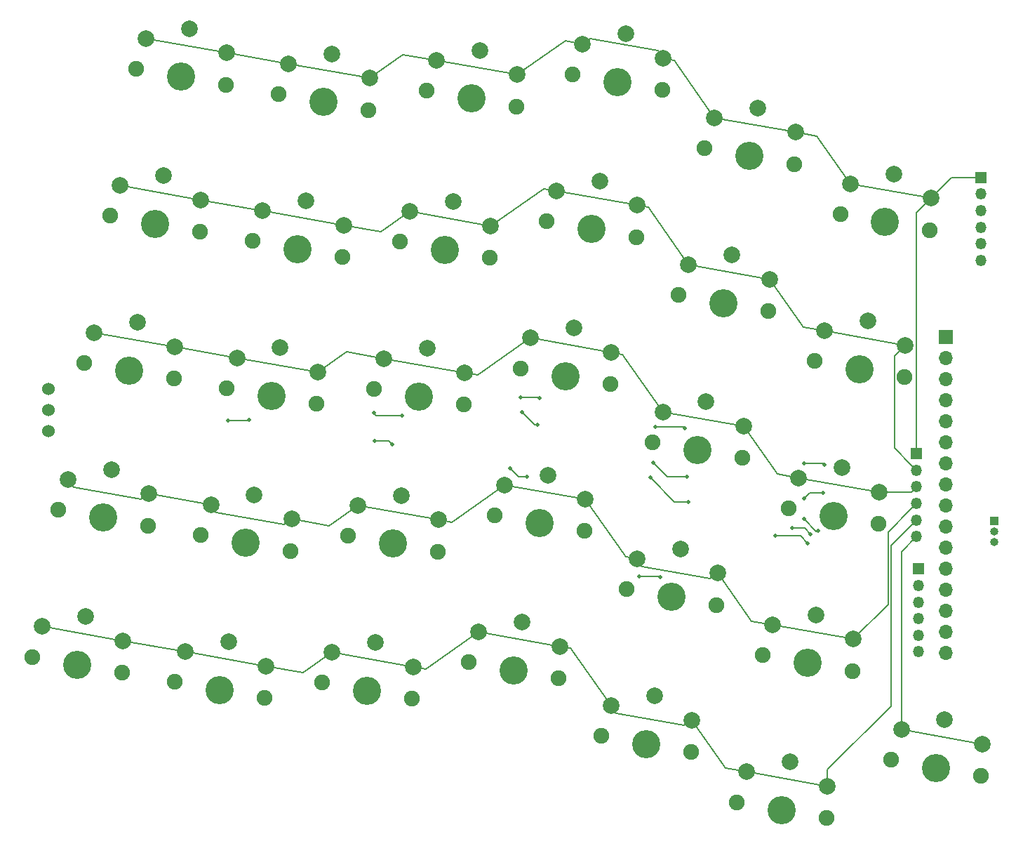
<source format=gbr>
G04 #@! TF.GenerationSoftware,KiCad,Pcbnew,(5.0.1-3-g963ef8bb5)*
G04 #@! TF.CreationDate,2019-09-06T12:34:14-07:00*
G04 #@! TF.ProjectId,atreus-ipad-11,6174726575732D697061642D31312E6B,rev?*
G04 #@! TF.SameCoordinates,Original*
G04 #@! TF.FileFunction,Copper,L2,Bot,Signal*
G04 #@! TF.FilePolarity,Positive*
%FSLAX46Y46*%
G04 Gerber Fmt 4.6, Leading zero omitted, Abs format (unit mm)*
G04 Created by KiCad (PCBNEW (5.0.1-3-g963ef8bb5)) date Friday, September 06, 2019 at 12:34:14 PM*
%MOMM*%
%LPD*%
G01*
G04 APERTURE LIST*
G04 #@! TA.AperFunction,ComponentPad*
%ADD10C,2.000000*%
G04 #@! TD*
G04 #@! TA.AperFunction,ComponentPad*
%ADD11C,1.900000*%
G04 #@! TD*
G04 #@! TA.AperFunction,ComponentPad*
%ADD12C,3.400000*%
G04 #@! TD*
G04 #@! TA.AperFunction,ComponentPad*
%ADD13R,1.350000X1.350000*%
G04 #@! TD*
G04 #@! TA.AperFunction,ComponentPad*
%ADD14O,1.350000X1.350000*%
G04 #@! TD*
G04 #@! TA.AperFunction,ComponentPad*
%ADD15R,1.700000X1.700000*%
G04 #@! TD*
G04 #@! TA.AperFunction,ComponentPad*
%ADD16O,1.700000X1.700000*%
G04 #@! TD*
G04 #@! TA.AperFunction,ComponentPad*
%ADD17R,1.000000X1.000000*%
G04 #@! TD*
G04 #@! TA.AperFunction,ComponentPad*
%ADD18O,1.000000X1.000000*%
G04 #@! TD*
G04 #@! TA.AperFunction,ComponentPad*
%ADD19C,1.524000*%
G04 #@! TD*
G04 #@! TA.AperFunction,ViaPad*
%ADD20C,0.508000*%
G04 #@! TD*
G04 #@! TA.AperFunction,Conductor*
%ADD21C,0.152400*%
G04 #@! TD*
G04 APERTURE END LIST*
D10*
G04 #@! TO.P,SW26,1*
G04 #@! TO.N,/Row_6*
X122665258Y-119892067D03*
X132414854Y-121611184D03*
G04 #@! TO.P,SW26,2*
G04 #@! TO.N,Net-(D26-Pad2)*
X127904717Y-118683529D03*
D11*
G04 #@! TO.P,SW26,*
G04 #@! TO.N,*
X121463750Y-123538830D03*
X132296636Y-125448960D03*
D12*
X126880193Y-124493895D03*
G04 #@! TD*
D10*
G04 #@! TO.P,SW6,1*
G04 #@! TO.N,/Row_1*
X48737376Y-39584575D03*
X58486972Y-41303692D03*
G04 #@! TO.P,SW6,2*
G04 #@! TO.N,Net-(D6-Pad2)*
X53976835Y-38376037D03*
D11*
G04 #@! TO.P,SW6,*
G04 #@! TO.N,*
X47535868Y-43231338D03*
X58368754Y-45141468D03*
D12*
X52952311Y-44186403D03*
G04 #@! TD*
D10*
G04 #@! TO.P,SW1,1*
G04 #@! TO.N,/Row_1*
X31503242Y-36545732D03*
X41252838Y-38264849D03*
G04 #@! TO.P,SW1,2*
G04 #@! TO.N,Net-(D1-Pad2)*
X36742701Y-35337194D03*
D11*
G04 #@! TO.P,SW1,*
G04 #@! TO.N,*
X30301734Y-40192495D03*
X41134620Y-42102625D03*
D12*
X35718177Y-41147560D03*
G04 #@! TD*
D10*
G04 #@! TO.P,SW2,1*
G04 #@! TO.N,/Row_2*
X28377574Y-54272270D03*
X38127170Y-55991387D03*
G04 #@! TO.P,SW2,2*
G04 #@! TO.N,Net-(D2-Pad2)*
X33617033Y-53063732D03*
D11*
G04 #@! TO.P,SW2,*
G04 #@! TO.N,*
X27176066Y-57919033D03*
X38008952Y-59829163D03*
D12*
X32592509Y-58874098D03*
G04 #@! TD*
D10*
G04 #@! TO.P,SW3,1*
G04 #@! TO.N,/Row_3*
X25251906Y-71998811D03*
X35001502Y-73717928D03*
G04 #@! TO.P,SW3,2*
G04 #@! TO.N,Net-(D3-Pad2)*
X30491365Y-70790273D03*
D11*
G04 #@! TO.P,SW3,*
G04 #@! TO.N,*
X24050398Y-75645574D03*
X34883284Y-77555704D03*
D12*
X29466841Y-76600639D03*
G04 #@! TD*
D10*
G04 #@! TO.P,SW4,1*
G04 #@! TO.N,/Row_4*
X22126240Y-89725350D03*
X31875836Y-91444467D03*
G04 #@! TO.P,SW4,2*
G04 #@! TO.N,Net-(D4-Pad2)*
X27365699Y-88516812D03*
D11*
G04 #@! TO.P,SW4,*
G04 #@! TO.N,*
X20924732Y-93372113D03*
X31757618Y-95282243D03*
D12*
X26341175Y-94327178D03*
G04 #@! TD*
D10*
G04 #@! TO.P,SW5,1*
G04 #@! TO.N,/Row_5*
X19000573Y-107451889D03*
X28750169Y-109171006D03*
G04 #@! TO.P,SW5,2*
G04 #@! TO.N,Net-(D5-Pad2)*
X24240032Y-106243351D03*
D11*
G04 #@! TO.P,SW5,*
G04 #@! TO.N,*
X17799065Y-111098652D03*
X28631951Y-113008782D03*
D12*
X23215508Y-112053717D03*
G04 #@! TD*
D10*
G04 #@! TO.P,SW7,1*
G04 #@! TO.N,/Row_2*
X45611710Y-57311114D03*
X55361306Y-59030231D03*
G04 #@! TO.P,SW7,2*
G04 #@! TO.N,Net-(D7-Pad2)*
X50851169Y-56102576D03*
D11*
G04 #@! TO.P,SW7,*
G04 #@! TO.N,*
X44410202Y-60957877D03*
X55243088Y-62868007D03*
D12*
X49826645Y-61912942D03*
G04 #@! TD*
D10*
G04 #@! TO.P,SW8,1*
G04 #@! TO.N,/Row_3*
X42486043Y-75037653D03*
X52235639Y-76756770D03*
G04 #@! TO.P,SW8,2*
G04 #@! TO.N,Net-(D8-Pad2)*
X47725502Y-73829115D03*
D11*
G04 #@! TO.P,SW8,*
G04 #@! TO.N,*
X41284535Y-78684416D03*
X52117421Y-80594546D03*
D12*
X46700978Y-79639481D03*
G04 #@! TD*
D10*
G04 #@! TO.P,SW9,1*
G04 #@! TO.N,/Row_4*
X39360376Y-92764193D03*
X49109972Y-94483310D03*
G04 #@! TO.P,SW9,2*
G04 #@! TO.N,Net-(D9-Pad2)*
X44599835Y-91555655D03*
D11*
G04 #@! TO.P,SW9,*
G04 #@! TO.N,*
X38158868Y-96410956D03*
X48991754Y-98321086D03*
D12*
X43575311Y-97366021D03*
G04 #@! TD*
D10*
G04 #@! TO.P,SW10,1*
G04 #@! TO.N,/Row_5*
X36234709Y-110490732D03*
X45984305Y-112209849D03*
G04 #@! TO.P,SW10,2*
G04 #@! TO.N,Net-(D10-Pad2)*
X41474168Y-109282194D03*
D11*
G04 #@! TO.P,SW10,*
G04 #@! TO.N,*
X35033201Y-114137495D03*
X45866087Y-116047625D03*
D12*
X40449644Y-115092560D03*
G04 #@! TD*
D10*
G04 #@! TO.P,SW11,1*
G04 #@! TO.N,/Row_1*
X66579282Y-39176590D03*
X76328878Y-40895707D03*
G04 #@! TO.P,SW11,2*
G04 #@! TO.N,Net-(D11-Pad2)*
X71818741Y-37968052D03*
D11*
G04 #@! TO.P,SW11,*
G04 #@! TO.N,*
X65377774Y-42823353D03*
X76210660Y-44733483D03*
D12*
X70794217Y-43778418D03*
G04 #@! TD*
D10*
G04 #@! TO.P,SW12,1*
G04 #@! TO.N,/Row_2*
X63366789Y-57395533D03*
X73116385Y-59114650D03*
G04 #@! TO.P,SW12,2*
G04 #@! TO.N,Net-(D12-Pad2)*
X68606248Y-56186995D03*
D11*
G04 #@! TO.P,SW12,*
G04 #@! TO.N,*
X62165281Y-61042296D03*
X72998167Y-62952426D03*
D12*
X67581724Y-61997361D03*
G04 #@! TD*
D10*
G04 #@! TO.P,SW13,1*
G04 #@! TO.N,/Row_3*
X60241123Y-75122074D03*
X69990719Y-76841191D03*
G04 #@! TO.P,SW13,2*
G04 #@! TO.N,Net-(D13-Pad2)*
X65480582Y-73913536D03*
D11*
G04 #@! TO.P,SW13,*
G04 #@! TO.N,*
X59039615Y-78768837D03*
X69872501Y-80678967D03*
D12*
X64456058Y-79723902D03*
G04 #@! TD*
D10*
G04 #@! TO.P,SW14,1*
G04 #@! TO.N,/Row_4*
X57115456Y-92848613D03*
X66865052Y-94567730D03*
G04 #@! TO.P,SW14,2*
G04 #@! TO.N,Net-(D14-Pad2)*
X62354915Y-91640075D03*
D11*
G04 #@! TO.P,SW14,*
G04 #@! TO.N,*
X55913948Y-96495376D03*
X66746834Y-98405506D03*
D12*
X61330391Y-97450441D03*
G04 #@! TD*
D10*
G04 #@! TO.P,SW15,1*
G04 #@! TO.N,/Row_5*
X53989789Y-110575152D03*
X63739385Y-112294269D03*
G04 #@! TO.P,SW15,2*
G04 #@! TO.N,Net-(D15-Pad2)*
X59229248Y-109366614D03*
D11*
G04 #@! TO.P,SW15,*
G04 #@! TO.N,*
X52788281Y-114221915D03*
X63621167Y-116132045D03*
D12*
X58204724Y-115176980D03*
G04 #@! TD*
D10*
G04 #@! TO.P,SW16,1*
G04 #@! TO.N,/Row_1*
X84189253Y-37204570D03*
X93938849Y-38923687D03*
G04 #@! TO.P,SW16,2*
G04 #@! TO.N,Net-(D16-Pad2)*
X89428712Y-35996032D03*
D11*
G04 #@! TO.P,SW16,*
G04 #@! TO.N,*
X82987745Y-40851333D03*
X93820631Y-42761463D03*
D12*
X88404188Y-41806398D03*
G04 #@! TD*
D10*
G04 #@! TO.P,SW17,1*
G04 #@! TO.N,/Row_2*
X81063587Y-54931110D03*
X90813183Y-56650227D03*
G04 #@! TO.P,SW17,2*
G04 #@! TO.N,Net-(D17-Pad2)*
X86303046Y-53722572D03*
D11*
G04 #@! TO.P,SW17,*
G04 #@! TO.N,*
X79862079Y-58577873D03*
X90694965Y-60488003D03*
D12*
X85278522Y-59532938D03*
G04 #@! TD*
D10*
G04 #@! TO.P,SW18,1*
G04 #@! TO.N,/Row_3*
X77937920Y-72657649D03*
X87687516Y-74376766D03*
G04 #@! TO.P,SW18,2*
G04 #@! TO.N,Net-(D18-Pad2)*
X83177379Y-71449111D03*
D11*
G04 #@! TO.P,SW18,*
G04 #@! TO.N,*
X76736412Y-76304412D03*
X87569298Y-78214542D03*
D12*
X82152855Y-77259477D03*
G04 #@! TD*
D10*
G04 #@! TO.P,SW19,1*
G04 #@! TO.N,/Row_4*
X74812253Y-90384190D03*
X84561849Y-92103307D03*
G04 #@! TO.P,SW19,2*
G04 #@! TO.N,Net-(D19-Pad2)*
X80051712Y-89175652D03*
D11*
G04 #@! TO.P,SW19,*
G04 #@! TO.N,*
X73610745Y-94030953D03*
X84443631Y-95941083D03*
D12*
X79027188Y-94986018D03*
G04 #@! TD*
D10*
G04 #@! TO.P,SW20,1*
G04 #@! TO.N,/Row_5*
X71686586Y-108110728D03*
X81436182Y-109829845D03*
G04 #@! TO.P,SW20,2*
G04 #@! TO.N,Net-(D20-Pad2)*
X76926045Y-106902190D03*
D11*
G04 #@! TO.P,SW20,*
G04 #@! TO.N,*
X70485078Y-111757491D03*
X81317964Y-113667621D03*
D12*
X75901521Y-112712556D03*
G04 #@! TD*
D10*
G04 #@! TO.P,SW21,1*
G04 #@! TO.N,/Row_1*
X100135299Y-46108848D03*
X109884895Y-47827965D03*
G04 #@! TO.P,SW21,2*
G04 #@! TO.N,Net-(D21-Pad2)*
X105374758Y-44900310D03*
D11*
G04 #@! TO.P,SW21,*
G04 #@! TO.N,*
X98933791Y-49755611D03*
X109766677Y-51665741D03*
D12*
X104350234Y-50710676D03*
G04 #@! TD*
D10*
G04 #@! TO.P,SW22,1*
G04 #@! TO.N,/Row_2*
X97009632Y-63835387D03*
X106759228Y-65554504D03*
G04 #@! TO.P,SW22,2*
G04 #@! TO.N,Net-(D22-Pad2)*
X102249091Y-62626849D03*
D11*
G04 #@! TO.P,SW22,*
G04 #@! TO.N,*
X95808124Y-67482150D03*
X106641010Y-69392280D03*
D12*
X101224567Y-68437215D03*
G04 #@! TD*
D10*
G04 #@! TO.P,SW23,1*
G04 #@! TO.N,/Row_3*
X93883965Y-81561927D03*
X103633561Y-83281044D03*
G04 #@! TO.P,SW23,2*
G04 #@! TO.N,Net-(D23-Pad2)*
X99123424Y-80353389D03*
D11*
G04 #@! TO.P,SW23,*
G04 #@! TO.N,*
X92682457Y-85208690D03*
X103515343Y-87118820D03*
D12*
X98098900Y-86163755D03*
G04 #@! TD*
D10*
G04 #@! TO.P,SW24,1*
G04 #@! TO.N,/Row_4*
X90758296Y-99288466D03*
X100507892Y-101007583D03*
G04 #@! TO.P,SW24,2*
G04 #@! TO.N,Net-(D24-Pad2)*
X95997755Y-98079928D03*
D11*
G04 #@! TO.P,SW24,*
G04 #@! TO.N,*
X89556788Y-102935229D03*
X100389674Y-104845359D03*
D12*
X94973231Y-103890294D03*
G04 #@! TD*
D10*
G04 #@! TO.P,SW25,1*
G04 #@! TO.N,/Row_5*
X87632629Y-117015006D03*
X97382225Y-118734123D03*
G04 #@! TO.P,SW25,2*
G04 #@! TO.N,Net-(D25-Pad2)*
X92872088Y-115806468D03*
D11*
G04 #@! TO.P,SW25,*
G04 #@! TO.N,*
X86431121Y-120661769D03*
X97264007Y-122571899D03*
D12*
X91847564Y-121616834D03*
G04 #@! TD*
D10*
G04 #@! TO.P,SW27,1*
G04 #@! TO.N,/Row_1*
X116501194Y-54071730D03*
X126250790Y-55790847D03*
G04 #@! TO.P,SW27,2*
G04 #@! TO.N,Net-(D27-Pad2)*
X121740653Y-52863192D03*
D11*
G04 #@! TO.P,SW27,*
G04 #@! TO.N,*
X115299686Y-57718493D03*
X126132572Y-59628623D03*
D12*
X120716129Y-58673558D03*
G04 #@! TD*
D10*
G04 #@! TO.P,SW28,1*
G04 #@! TO.N,/Row_2*
X113375527Y-71798269D03*
X123125123Y-73517386D03*
G04 #@! TO.P,SW28,2*
G04 #@! TO.N,Net-(D28-Pad2)*
X118614986Y-70589731D03*
D11*
G04 #@! TO.P,SW28,*
G04 #@! TO.N,*
X112174019Y-75445032D03*
X123006905Y-77355162D03*
D12*
X117590462Y-76400097D03*
G04 #@! TD*
D10*
G04 #@! TO.P,SW29,1*
G04 #@! TO.N,/Row_3*
X110249858Y-89524809D03*
X119999454Y-91243926D03*
G04 #@! TO.P,SW29,2*
G04 #@! TO.N,Net-(D29-Pad2)*
X115489317Y-88316271D03*
D11*
G04 #@! TO.P,SW29,*
G04 #@! TO.N,*
X109048350Y-93171572D03*
X119881236Y-95081702D03*
D12*
X114464793Y-94126637D03*
G04 #@! TD*
D10*
G04 #@! TO.P,SW30,1*
G04 #@! TO.N,/Row_4*
X107124191Y-107251348D03*
X116873787Y-108970465D03*
G04 #@! TO.P,SW30,2*
G04 #@! TO.N,Net-(D30-Pad2)*
X112363650Y-106042810D03*
D11*
G04 #@! TO.P,SW30,*
G04 #@! TO.N,*
X105922683Y-110898111D03*
X116755569Y-112808241D03*
D12*
X111339126Y-111853176D03*
G04 #@! TD*
D10*
G04 #@! TO.P,SW31,1*
G04 #@! TO.N,/Row_5*
X103998525Y-124977889D03*
X113748121Y-126697006D03*
G04 #@! TO.P,SW31,2*
G04 #@! TO.N,Net-(D31-Pad2)*
X109237984Y-123769351D03*
D11*
G04 #@! TO.P,SW31,*
G04 #@! TO.N,*
X102797017Y-128624652D03*
X113629903Y-130534782D03*
D12*
X108213460Y-129579717D03*
G04 #@! TD*
D13*
G04 #@! TO.P,J2,1*
G04 #@! TO.N,/Row_1*
X132300000Y-53300000D03*
D14*
G04 #@! TO.P,J2,2*
G04 #@! TO.N,/Row_2*
X132300000Y-55300000D03*
G04 #@! TO.P,J2,3*
G04 #@! TO.N,/Row_3*
X132300000Y-57300000D03*
G04 #@! TO.P,J2,4*
G04 #@! TO.N,/Row_4*
X132300000Y-59300000D03*
G04 #@! TO.P,J2,5*
G04 #@! TO.N,/Row_5*
X132300000Y-61300000D03*
G04 #@! TO.P,J2,6*
G04 #@! TO.N,/Row_6*
X132300000Y-63300000D03*
G04 #@! TD*
D15*
G04 #@! TO.P,J3,1*
G04 #@! TO.N,Net-(J3-Pad1)*
X128000000Y-72500000D03*
D16*
G04 #@! TO.P,J3,2*
G04 #@! TO.N,Net-(J3-Pad2)*
X128000000Y-75040000D03*
G04 #@! TO.P,J3,3*
G04 #@! TO.N,Net-(J3-Pad3)*
X128000000Y-77580000D03*
G04 #@! TO.P,J3,4*
G04 #@! TO.N,Net-(J3-Pad4)*
X128000000Y-80120000D03*
G04 #@! TO.P,J3,5*
G04 #@! TO.N,Net-(J3-Pad5)*
X128000000Y-82660000D03*
G04 #@! TO.P,J3,6*
G04 #@! TO.N,Net-(J3-Pad6)*
X128000000Y-85200000D03*
G04 #@! TO.P,J3,7*
G04 #@! TO.N,Net-(J3-Pad7)*
X128000000Y-87740000D03*
G04 #@! TO.P,J3,8*
G04 #@! TO.N,Net-(J3-Pad8)*
X128000000Y-90280000D03*
G04 #@! TO.P,J3,9*
G04 #@! TO.N,Net-(J3-Pad9)*
X128000000Y-92820000D03*
G04 #@! TO.P,J3,10*
G04 #@! TO.N,Net-(J3-Pad10)*
X128000000Y-95360000D03*
G04 #@! TO.P,J3,11*
G04 #@! TO.N,Net-(J3-Pad11)*
X128000000Y-97900000D03*
G04 #@! TO.P,J3,12*
G04 #@! TO.N,Net-(J3-Pad12)*
X128000000Y-100440000D03*
G04 #@! TO.P,J3,13*
G04 #@! TO.N,Net-(J3-Pad13)*
X128000000Y-102980000D03*
G04 #@! TO.P,J3,14*
G04 #@! TO.N,Net-(J3-Pad14)*
X128000000Y-105520000D03*
G04 #@! TO.P,J3,15*
G04 #@! TO.N,Net-(J3-Pad15)*
X128000000Y-108060000D03*
G04 #@! TO.P,J3,16*
G04 #@! TO.N,Net-(J3-Pad16)*
X128000000Y-110600000D03*
G04 #@! TD*
D13*
G04 #@! TO.P,J1,1*
G04 #@! TO.N,/Row_1*
X124500000Y-86600000D03*
D14*
G04 #@! TO.P,J1,2*
G04 #@! TO.N,/Row_2*
X124500000Y-88600000D03*
G04 #@! TO.P,J1,3*
G04 #@! TO.N,/Row_3*
X124500000Y-90600000D03*
G04 #@! TO.P,J1,4*
G04 #@! TO.N,/Row_4*
X124500000Y-92600000D03*
G04 #@! TO.P,J1,5*
G04 #@! TO.N,/Row_5*
X124500000Y-94600000D03*
G04 #@! TO.P,J1,6*
G04 #@! TO.N,/Row_6*
X124500000Y-96600000D03*
G04 #@! TD*
G04 #@! TO.P,J4,6*
G04 #@! TO.N,/Column_6*
X124700000Y-110500000D03*
G04 #@! TO.P,J4,5*
G04 #@! TO.N,/Column_5*
X124700000Y-108500000D03*
G04 #@! TO.P,J4,4*
G04 #@! TO.N,/Column_4*
X124700000Y-106500000D03*
G04 #@! TO.P,J4,3*
G04 #@! TO.N,/Column_3*
X124700000Y-104500000D03*
G04 #@! TO.P,J4,2*
G04 #@! TO.N,/Column_2*
X124700000Y-102500000D03*
D13*
G04 #@! TO.P,J4,1*
G04 #@! TO.N,/Column_1*
X124700000Y-100500000D03*
G04 #@! TD*
D17*
G04 #@! TO.P,J6,1*
G04 #@! TO.N,Net-(J6-Pad1)*
X133900000Y-94700000D03*
D18*
G04 #@! TO.P,J6,2*
G04 #@! TO.N,Net-(J6-Pad2)*
X133900000Y-95970000D03*
G04 #@! TO.P,J6,3*
G04 #@! TO.N,Net-(J6-Pad3)*
X133900000Y-97240000D03*
G04 #@! TD*
D19*
G04 #@! TO.P,SW32,1*
G04 #@! TO.N,Net-(J6-Pad1)*
X19756000Y-78814000D03*
G04 #@! TO.P,SW32,2*
G04 #@! TO.N,Net-(J6-Pad2)*
X19756000Y-81354000D03*
G04 #@! TO.P,SW32,3*
G04 #@! TO.N,Net-(J6-Pad3)*
X19756000Y-83894000D03*
G04 #@! TD*
D20*
G04 #@! TO.N,/Column_1*
X41400000Y-82600000D03*
X44000000Y-82500000D03*
X59000000Y-81700000D03*
X62400000Y-82000000D03*
X76700000Y-79800000D03*
X79000000Y-79900000D03*
X93000000Y-83400000D03*
X110900000Y-87800000D03*
X113400000Y-87900000D03*
X96582610Y-83500000D03*
G04 #@! TO.N,/Column_2*
X59100000Y-85100000D03*
X61200000Y-85500000D03*
X76900000Y-81600000D03*
X78800000Y-83100000D03*
X92700000Y-87700000D03*
X110900000Y-92000000D03*
X113200000Y-91300000D03*
X96800000Y-89400000D03*
G04 #@! TO.N,/Column_3*
X75500000Y-88400000D03*
X77500000Y-89400000D03*
X92400000Y-89500000D03*
X110900000Y-94500000D03*
X112600000Y-95900000D03*
X97000000Y-92400000D03*
G04 #@! TO.N,/Column_4*
X111700000Y-96300000D03*
X91000000Y-101400000D03*
X93599996Y-101500000D03*
X109499996Y-95600000D03*
G04 #@! TO.N,/Column_5*
X111400000Y-97400000D03*
X107500000Y-96500000D03*
G04 #@! TD*
D21*
G04 #@! TO.N,/Column_1*
X43900000Y-82600000D02*
X44000000Y-82500000D01*
X41400000Y-82600000D02*
X43900000Y-82600000D01*
X59300000Y-82000000D02*
X62400000Y-82000000D01*
X59000000Y-81700000D02*
X59300000Y-82000000D01*
X78900000Y-79800000D02*
X79000000Y-79900000D01*
X76700000Y-79800000D02*
X78900000Y-79800000D01*
X113300000Y-87800000D02*
X113400000Y-87900000D01*
X110900000Y-87800000D02*
X113300000Y-87800000D01*
X93000000Y-83400000D02*
X96482610Y-83400000D01*
X96482610Y-83400000D02*
X96582610Y-83500000D01*
G04 #@! TO.N,/Column_2*
X60800000Y-85100000D02*
X61200000Y-85500000D01*
X59100000Y-85100000D02*
X60800000Y-85100000D01*
X78400000Y-83100000D02*
X78800000Y-83100000D01*
X76900000Y-81600000D02*
X78400000Y-83100000D01*
X111600000Y-91300000D02*
X113200000Y-91300000D01*
X110900000Y-92000000D02*
X111600000Y-91300000D01*
X92700000Y-87700000D02*
X94400000Y-89400000D01*
X96440790Y-89400000D02*
X96800000Y-89400000D01*
X94400000Y-89400000D02*
X96440790Y-89400000D01*
G04 #@! TO.N,/Column_3*
X76500000Y-89400000D02*
X77500000Y-89400000D01*
X75500000Y-88400000D02*
X76500000Y-89400000D01*
X110900000Y-94500000D02*
X112400000Y-96000000D01*
X112500000Y-96000000D02*
X112600000Y-95900000D01*
X112400000Y-96000000D02*
X112500000Y-96000000D01*
X95300000Y-92400000D02*
X96640790Y-92400000D01*
X92400000Y-89500000D02*
X95300000Y-92400000D01*
X96640790Y-92400000D02*
X97000000Y-92400000D01*
G04 #@! TO.N,/Column_4*
X93499996Y-101400000D02*
X93599996Y-101500000D01*
X91000000Y-101400000D02*
X93499996Y-101400000D01*
X111000000Y-95600000D02*
X109859206Y-95600000D01*
X111700000Y-96300000D02*
X111000000Y-95600000D01*
X109859206Y-95600000D02*
X109499996Y-95600000D01*
G04 #@! TO.N,/Column_5*
X111400000Y-97400000D02*
X110500000Y-96500000D01*
X107859210Y-96500000D02*
X107500000Y-96500000D01*
X110500000Y-96500000D02*
X107859210Y-96500000D01*
G04 #@! TO.N,/Row_1*
X31503241Y-36545732D02*
X41252838Y-38264849D01*
X41252838Y-38264849D02*
X48737376Y-39584575D01*
X58486973Y-41303692D02*
X48737376Y-39584575D01*
X62541570Y-38464632D02*
X58486973Y-41303692D01*
X66579281Y-39176590D02*
X62541570Y-38464632D01*
X66579281Y-39176590D02*
X76328878Y-40895707D01*
X82121158Y-36839909D02*
X84189253Y-37204570D01*
X76328878Y-40895707D02*
X82121158Y-36839909D01*
X93289923Y-37996923D02*
X93938850Y-38923687D01*
X85116017Y-36555643D02*
X93289923Y-37996923D01*
X84189253Y-37204570D02*
X85116017Y-36555643D01*
X95268340Y-39158112D02*
X100135299Y-46108849D01*
X93938850Y-38923687D02*
X95268340Y-39158112D01*
X100135299Y-46108849D02*
X109884895Y-47827966D01*
X112445395Y-48279451D02*
X116501193Y-54071730D01*
X109884895Y-47827966D02*
X112445395Y-48279451D01*
X116501193Y-54071730D02*
X126250790Y-55790847D01*
X124500000Y-57541637D02*
X126250790Y-55790847D01*
X124500000Y-86600000D02*
X124500000Y-57541637D01*
X128741637Y-53300000D02*
X132300000Y-53300000D01*
X126250790Y-55790847D02*
X128741637Y-53300000D01*
G04 #@! TO.N,/Row_2*
X28377574Y-54272270D02*
X38127171Y-55991387D01*
X44497528Y-57114654D02*
X45611710Y-57311114D01*
X38127171Y-55991387D02*
X44497528Y-57114654D01*
X45611710Y-57311114D02*
X55361306Y-59030231D01*
X59891420Y-59829013D02*
X63366789Y-57395533D01*
X55361306Y-59030231D02*
X59891420Y-59829013D01*
X63366789Y-57395533D02*
X73116386Y-59114650D01*
X79487892Y-54653273D02*
X73116386Y-59114650D01*
X81063587Y-54931111D02*
X79487892Y-54653273D01*
X90813183Y-56650227D02*
X81063587Y-54931111D01*
X92142675Y-56884653D02*
X97009632Y-63835387D01*
X90813183Y-56650227D02*
X92142675Y-56884653D01*
X97009632Y-63835387D02*
X106759228Y-65554504D01*
X110815026Y-71346784D02*
X113375526Y-71798269D01*
X106759228Y-65554504D02*
X110815026Y-71346784D01*
X113375526Y-71798269D02*
X123125123Y-73517386D01*
X121828304Y-85928304D02*
X123825001Y-87925001D01*
X123825001Y-87925001D02*
X124500000Y-88600000D01*
X121828304Y-74814205D02*
X121828304Y-85928304D01*
X123125123Y-73517386D02*
X121828304Y-74814205D01*
G04 #@! TO.N,/Row_3*
X25251906Y-71998811D02*
X35001503Y-73717928D01*
X36046050Y-73902108D02*
X42486043Y-75037653D01*
X35001503Y-73717928D02*
X36046050Y-73902108D01*
X42486043Y-75037653D02*
X52235639Y-76756770D01*
X55711006Y-74323292D02*
X60241123Y-75122074D01*
X52235639Y-76756770D02*
X55711006Y-74323292D01*
X60241123Y-75122074D02*
X69990719Y-76841191D01*
X71566411Y-77119028D02*
X77937920Y-72657649D01*
X69990719Y-76841191D02*
X71566411Y-77119028D01*
X77937920Y-72657649D02*
X87687516Y-74376766D01*
X89017007Y-74611191D02*
X93883964Y-81561927D01*
X87687516Y-74376766D02*
X89017007Y-74611191D01*
X93883964Y-81561927D02*
X103633561Y-83281044D01*
X107689360Y-89073324D02*
X110249858Y-89524809D01*
X103633561Y-83281044D02*
X107689360Y-89073324D01*
X110249858Y-89524809D02*
X119999455Y-91243926D01*
X123856074Y-91243926D02*
X124500000Y-90600000D01*
X119999454Y-91243926D02*
X123856074Y-91243926D01*
G04 #@! TO.N,/Row_4*
X22775166Y-90652114D02*
X30949073Y-92093394D01*
X30949073Y-92093394D02*
X31875836Y-91444467D01*
X22126240Y-89725350D02*
X22775166Y-90652114D01*
X31875836Y-91444467D02*
X39360375Y-92764193D01*
X48183208Y-95132237D02*
X49109972Y-94483310D01*
X40009302Y-93690957D02*
X48183208Y-95132237D01*
X39360375Y-92764193D02*
X40009302Y-93690957D01*
X53640088Y-95282092D02*
X57115455Y-92848613D01*
X49109972Y-94483310D02*
X53640088Y-95282092D01*
X57115455Y-92848613D02*
X66865052Y-94567730D01*
X68440745Y-94845567D02*
X74812252Y-90384190D01*
X66865052Y-94567730D02*
X68440745Y-94845567D01*
X74812252Y-90384190D02*
X84561849Y-92103307D01*
X89428806Y-99054041D02*
X90758296Y-99288466D01*
X84561849Y-92103307D02*
X89428806Y-99054041D01*
X99581129Y-101656510D02*
X100507893Y-101007583D01*
X91407223Y-100215230D02*
X99581129Y-101656510D01*
X90758296Y-99288466D02*
X91407223Y-100215230D01*
X104563691Y-106799863D02*
X107124191Y-107251348D01*
X100507893Y-101007583D02*
X104563691Y-106799863D01*
X107124191Y-107251348D02*
X116873788Y-108970465D01*
X123825001Y-93274999D02*
X124500000Y-92600000D01*
X121059837Y-96040163D02*
X123825001Y-93274999D01*
X121059837Y-104784415D02*
X121059837Y-96040163D01*
X116873787Y-108970465D02*
X121059837Y-104784415D01*
G04 #@! TO.N,/Row_5*
X19000573Y-107451889D02*
X28750169Y-109171006D01*
X28750169Y-109171006D02*
X36234708Y-110490732D01*
X36234708Y-110490732D02*
X45984305Y-112209849D01*
X50514421Y-113008631D02*
X53989788Y-110575152D01*
X45984305Y-112209849D02*
X50514421Y-113008631D01*
X53989788Y-110575152D02*
X63739385Y-112294269D01*
X65315078Y-112572106D02*
X71686585Y-108110728D01*
X63739385Y-112294269D02*
X65315078Y-112572106D01*
X71686585Y-108110728D02*
X81436182Y-109829845D01*
X82765671Y-110064270D02*
X87632629Y-117015006D01*
X81436182Y-109829845D02*
X82765671Y-110064270D01*
X96455462Y-119383049D02*
X97382226Y-118734123D01*
X88281556Y-117941769D02*
X96455462Y-119383049D01*
X87632629Y-117015006D02*
X88281556Y-117941769D01*
X101438024Y-124526403D02*
X103998525Y-124977889D01*
X97382226Y-118734123D02*
X101438024Y-124526403D01*
X103998525Y-124977889D02*
X113748121Y-126697006D01*
X121395191Y-97704809D02*
X121395191Y-117073743D01*
X113748121Y-124720813D02*
X113748121Y-125636346D01*
X124500000Y-94600000D02*
X121395191Y-97704809D01*
X121395191Y-117073743D02*
X113748121Y-124720813D01*
X113748121Y-125636346D02*
X113748121Y-126697006D01*
G04 #@! TO.N,/Row_6*
X122665258Y-119892067D02*
X132414855Y-121611184D01*
X124500000Y-96600000D02*
X122665258Y-98434742D01*
X122665258Y-98434742D02*
X122665258Y-116234742D01*
X122665258Y-116234742D02*
X122665258Y-119892067D01*
G04 #@! TD*
M02*

</source>
